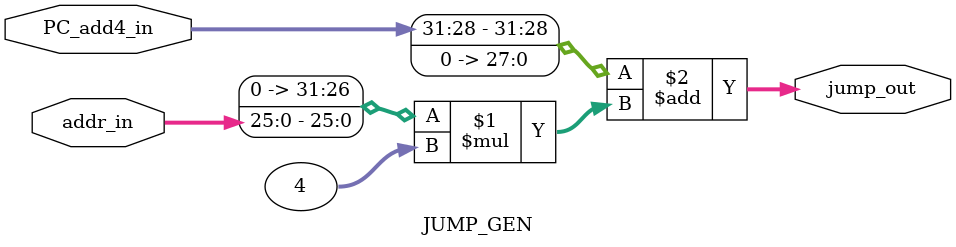
<source format=v>
module IF_ID (
    input CLOCK,
    input [31:0] inst_in,
    input [31:0] PC_add4_in,
    input [31:0] branch_PC,  // check
    input Flush,
    input Stall,
    output reg [31:0] inst_out,
    output reg [31:0] PC_add4_out
);  
    always@(posedge CLOCK) begin
        // if no stalling
        if (Stall != 1'b1 && Flush == 1'b0) begin
            inst_out = inst_in;
            PC_add4_out = PC_add4_in;
        end
        // flush
        if (Flush == 1'b1) begin
            inst_out = 32'b0;
            PC_add4_out = branch_PC;  // check
        end
    end
endmodule

// CONTROL_UNIT
module CONTROL_UNIT (
    input [5:0] opcode_in,
    input [5:0] funct_in,
    output wire RegWrite_out,
    output wire MemtoReg_out,
    output wire MemWrite_out,
    output wire Branch_out,
    output wire Jump_out,
    output wire [5:0] Opcode_out,
    output wire [5:0] Funct_out,
    output wire ALUSrc_out,
    output wire RegDst_out
);
    // R-type
    wire R_add = (opcode_in == 6'b000000 && funct_in == 6'b100000) ? 1 : 0;
    wire R_addu = (opcode_in == 6'b000000 && funct_in == 6'b100001) ? 1 : 0;
    wire R_sub = (opcode_in == 6'b000000 && funct_in == 6'b100010) ? 1 : 0;
    wire R_subu = (opcode_in == 6'b000000 && funct_in == 6'b100011) ? 1 : 0;
    wire R_and = (opcode_in == 6'b000000 && funct_in == 6'b100100) ? 1 : 0;
    wire R_nor = (opcode_in == 6'b000000 && funct_in == 6'b100111) ? 1 : 0;
    wire R_or = (opcode_in == 6'b000000 && funct_in == 6'b100101) ? 1 : 0;
    wire R_xor = (opcode_in == 6'b000000 && funct_in == 6'b100110) ? 1 : 0;
    wire R_sll = (opcode_in == 6'b000000 && funct_in == 6'b000000) ? 1 : 0;
    wire R_sllv = (opcode_in == 6'b000000 && funct_in == 6'b000100) ? 1 : 0;
    wire R_srl = (opcode_in == 6'b000000 && funct_in == 6'b000010) ? 1 : 0;
    wire R_srlv = (opcode_in == 6'b000000 && funct_in == 6'b000110) ? 1 : 0;
    wire R_sra = (opcode_in == 6'b000000 && funct_in == 6'b000011) ? 1 : 0;
    wire R_srav = (opcode_in == 6'b000000 && funct_in == 6'b000111) ? 1 : 0;
    wire R_slt = (opcode_in == 6'b000000 && funct_in == 6'b101010) ? 1 : 0;
    wire R_jr = (opcode_in == 6'b000000 && funct_in == 6'b001000) ? 1 : 0;
    
    // I-type
    wire I_addi = (opcode_in == 6'b001000) ? 1 : 0;
    wire I_addiu = (opcode_in == 6'b001001) ? 1 : 0;
    wire I_andi = (opcode_in == 6'b001100) ? 1 : 0;
    wire I_ori = (opcode_in == 6'b001101) ? 1 : 0;
    wire I_xori = (opcode_in == 6'b001110) ? 1 : 0;
    wire I_beq = (opcode_in == 6'b000100) ? 1 : 0;
    wire I_bne = (opcode_in == 6'b000101) ? 1 : 0;
    wire I_lw = (opcode_in == 6'b100011) ? 1 : 0;
    wire I_sw = (opcode_in == 6'b101011) ? 1 : 0;
    
    // J-type
    wire J_j = (opcode_in == 6'b000010) ? 1 : 0;
    wire J_jal = (opcode_in == 6'b000011) ? 1 : 0;

    assign RegWrite_out = (
        R_add | R_addu | I_addi | I_addiu |
        R_sub | R_subu | R_and | I_andi |
        R_nor | R_or | I_ori | R_xor |
        I_xori | R_sll | R_sllv | R_srl |
        R_srlv | R_sra | R_srav | R_slt |
        I_lw
        ) ? 1 : 0;
    assign MemtoReg_out = ( I_lw ) ? 1 : 0;
    assign MemWrite_out = ( I_sw ) ? 1 : 0;
    assign Branch_out = (
        I_beq | I_bne
        ) ? 1 : 0;
    assign Jump_out = (
        J_j | R_jr |J_jal
        ) ? 1 : 0;
    assign Opcode_out = opcode_in;
    assign Funct_out = funct_in;
    assign ALUSrc_out = (
        I_addi | I_addiu | I_andi | I_ori | 
        I_xori | I_lw | I_sw
        ) ? 1 : 0;
    assign RegDst_out = ~ (
        I_addi | I_addiu | I_andi | I_ori |
        I_xori | I_lw | I_sw
        ) ? 1 : 0; 
endmodule


// REG_FILE
module REG_FILE (
    input CLOCK,
    input RegWrite,
    input [4:0] regA_addr,
    input [4:0] regB_addr,
    input [4:0] regD_addr,
    input [31:0] regD_data,
    input Jump_D,
    input [5:0] Opcode_D,
    input [31:0] PC_pre,
    output wire [31:0] regA_data,
    output wire [31:0] regB_data
);
    reg [31:0] simu_register [0:31];
    wire [31:0] data_a0 = simu_register[4];
    wire [31:0] data_a1 = simu_register[4];

    initial begin
        simu_register[0] = 32'b0; // zero
        simu_register[28] = 32'h1fffffff; // gp
    end

    assign regA_data = simu_register[regA_addr];
    assign regB_data = simu_register[regB_addr];

    // write
    always@(posedge CLOCK, regD_data) begin
        if (RegWrite == 1'b1) begin
            simu_register[regD_addr] = regD_data;
        end
    end

    // jal
    always@(Jump_D, Opcode_D) begin
        if (Jump_D == 1'b1 && Opcode_D == 6'b000011)
        begin
            simu_register[31] <= PC_pre;
        end
    end
endmodule

// SIGN_EXT
module SIGN_EXT (
    input [15:0] imme_in,
    output wire [31:0] se_imme_out
);  
    assign se_imme_out = $signed(imme_in);
endmodule

// BRANCH_GEN
module BRANCH_GEN (
    input [31:0] se_imme_in,
    input [31:0] PC_add4_in,
    output [31:0] branch_out
);
    assign branch_out = PC_add4_in + se_imme_in*4;
endmodule

// JUMP_GEN
module JUMP_GEN (
    input [25:0] addr_in,
    input [31:0] PC_add4_in,
    output [31:0] jump_out
);
    assign jump_out = {PC_add4_in[31:28], 28'b0} + ({6'b0,addr_in})*4 ;
endmodule
</source>
